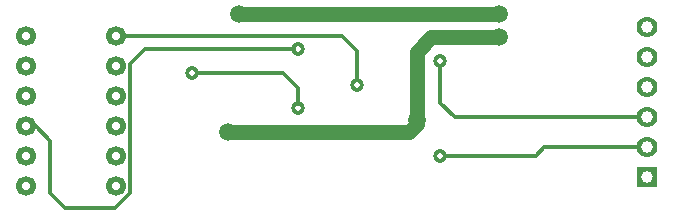
<source format=gbr>
G04 GENERATED BY PULSONIX 8.5 GERBER.DLL 5902*
G04 #@! TF.Part,Single*
%INPLATINE_1_NEW*%
%LNBOTTOM*%
%FSLAX35Y35*%
%LPD*%
%MOIN*%
G04 #@! TF.FileFunction,Copper,L2,Bot*
G04 #@! TA.AperFunction,Conductor*
%ADD10C,0.01200*%
G04 #@! TA.AperFunction,ViaPad*
%ADD13C,0.04724X0.01969*%
G04 #@! TA.AperFunction,ComponentPad*
%ADD70R,0.07000X0.07000X0.03900*%
%ADD71C,0.07000X0.03900*%
G04 #@! TA.AperFunction,ViaPad*
%ADD85C,0.05906X0.01969*%
G04 #@! TA.AperFunction,ComponentPad*
%ADD87C,0.06693X0.02756*%
G04 #@! TA.AperFunction,Conductor*
%ADD88C,0.05000*%
X0Y0D02*
D02*
D10*
X107297Y89489D02*
X136146D01*
X141146Y84489*
Y79262*
X139562Y97363D02*
X89965D01*
X85044Y92442*
Y49332*
X80123Y44410*
X63390*
X58469Y49332*
Y66861*
X53548Y71782*
X52337*
X160831Y87136D02*
Y96782D01*
X155831Y101782*
X82337*
X188390Y91842D02*
Y79524D01*
X193312Y74603*
X254738*
X189975Y61930D02*
X220319D01*
X223036Y64647*
X254738*
D02*
D13*
X105713Y89489D03*
X141146Y77678D03*
Y97363D03*
X160831Y85552D03*
X188390Y61930D03*
Y93426D03*
D02*
D70*
X257288Y54647D03*
D02*
D71*
Y64647D03*
Y74647D03*
Y84647D03*
Y94647D03*
Y104647D03*
D02*
D85*
X117524Y69804D03*
X121461Y109174D03*
X180516Y73741D03*
X208075Y101300D03*
Y109174D03*
D02*
D87*
X50359Y51782D03*
Y61782D03*
Y71782D03*
Y81782D03*
Y91782D03*
Y101782D03*
X80359Y51782D03*
Y61782D03*
Y71782D03*
Y81782D03*
Y91782D03*
Y101782D03*
D02*
D88*
X121461Y109174D02*
X208075D01*
X180516Y73741D02*
Y72466D01*
X177855Y69804*
X117524*
X180516Y73741D02*
Y96379D01*
X185438Y101300*
X208075*
X0Y0D02*
M02*

</source>
